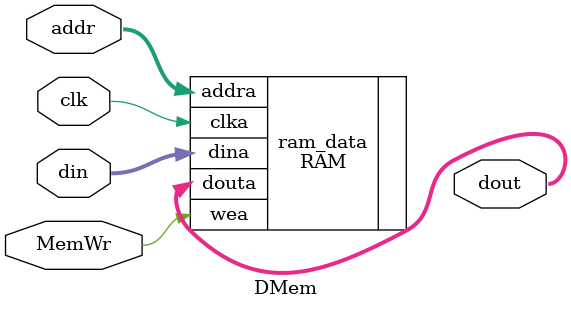
<source format=v>
module DMem (
        input clk,
        input [7:2] addr,
        input [31:0] din,
        input MemWr,
        output [31:0] dout
    );

    RAM ram_data (
            .clka(clk),
            .wea(MemWr),
            .addra(addr),
            .dina(din),
            .douta(dout)
        );

endmodule

</source>
